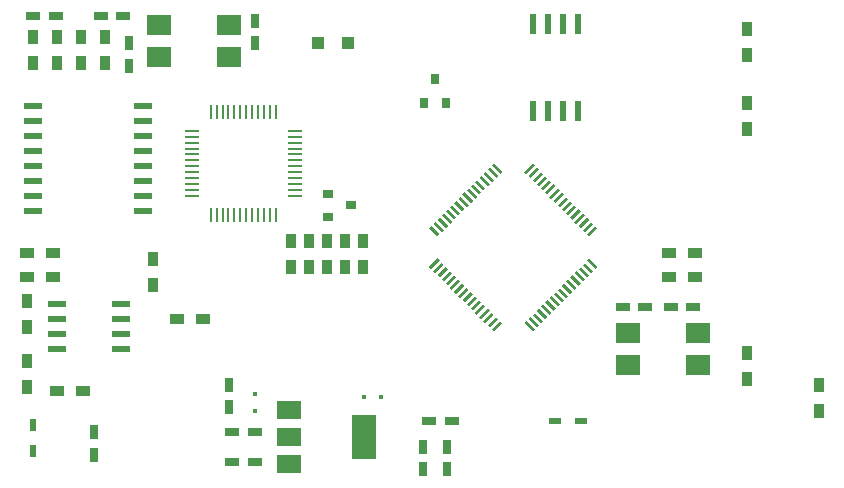
<source format=gbr>
G04 #@! TF.FileFunction,Paste,Bot*
%FSLAX46Y46*%
G04 Gerber Fmt 4.6, Leading zero omitted, Abs format (unit mm)*
G04 Created by KiCad (PCBNEW 4.0.7-e2-6376~58~ubuntu16.04.1) date Sat Oct 21 11:32:06 2017*
%MOMM*%
%LPD*%
G01*
G04 APERTURE LIST*
%ADD10C,0.100000*%
%ADD11R,2.000000X3.800000*%
%ADD12R,2.000000X1.500000*%
%ADD13R,1.200000X0.750000*%
%ADD14R,0.750000X1.200000*%
%ADD15R,0.600000X1.100000*%
%ADD16R,0.350000X0.350000*%
%ADD17R,0.900000X0.800000*%
%ADD18R,1.100000X0.600000*%
%ADD19R,1.000000X1.000000*%
%ADD20R,0.900000X1.200000*%
%ADD21R,1.200000X0.900000*%
%ADD22R,1.500000X0.600000*%
%ADD23R,1.550000X0.600000*%
%ADD24R,0.800000X0.900000*%
%ADD25R,2.100000X1.700000*%
%ADD26R,0.550000X1.750000*%
%ADD27R,1.300000X0.250000*%
%ADD28R,0.250000X1.300000*%
G04 APERTURE END LIST*
D10*
G36*
X161048101Y-102736023D02*
X160871324Y-102912800D01*
X160164217Y-102205693D01*
X160340994Y-102028916D01*
X161048101Y-102736023D01*
X161048101Y-102736023D01*
G37*
G36*
X160694548Y-103089577D02*
X160517771Y-103266354D01*
X159810664Y-102559247D01*
X159987441Y-102382470D01*
X160694548Y-103089577D01*
X160694548Y-103089577D01*
G37*
G36*
X160340994Y-103443130D02*
X160164217Y-103619907D01*
X159457110Y-102912800D01*
X159633887Y-102736023D01*
X160340994Y-103443130D01*
X160340994Y-103443130D01*
G37*
G36*
X159987441Y-103796683D02*
X159810664Y-103973460D01*
X159103557Y-103266353D01*
X159280334Y-103089576D01*
X159987441Y-103796683D01*
X159987441Y-103796683D01*
G37*
G36*
X159633888Y-104150237D02*
X159457111Y-104327014D01*
X158750004Y-103619907D01*
X158926781Y-103443130D01*
X159633888Y-104150237D01*
X159633888Y-104150237D01*
G37*
G36*
X159280334Y-104503790D02*
X159103557Y-104680567D01*
X158396450Y-103973460D01*
X158573227Y-103796683D01*
X159280334Y-104503790D01*
X159280334Y-104503790D01*
G37*
G36*
X158926781Y-104857344D02*
X158750004Y-105034121D01*
X158042897Y-104327014D01*
X158219674Y-104150237D01*
X158926781Y-104857344D01*
X158926781Y-104857344D01*
G37*
G36*
X158573227Y-105210897D02*
X158396450Y-105387674D01*
X157689343Y-104680567D01*
X157866120Y-104503790D01*
X158573227Y-105210897D01*
X158573227Y-105210897D01*
G37*
G36*
X158219674Y-105564450D02*
X158042897Y-105741227D01*
X157335790Y-105034120D01*
X157512567Y-104857343D01*
X158219674Y-105564450D01*
X158219674Y-105564450D01*
G37*
G36*
X157866121Y-105918004D02*
X157689344Y-106094781D01*
X156982237Y-105387674D01*
X157159014Y-105210897D01*
X157866121Y-105918004D01*
X157866121Y-105918004D01*
G37*
G36*
X157512567Y-106271557D02*
X157335790Y-106448334D01*
X156628683Y-105741227D01*
X156805460Y-105564450D01*
X157512567Y-106271557D01*
X157512567Y-106271557D01*
G37*
G36*
X157159014Y-106625111D02*
X156982237Y-106801888D01*
X156275130Y-106094781D01*
X156451907Y-105918004D01*
X157159014Y-106625111D01*
X157159014Y-106625111D01*
G37*
G36*
X156805460Y-106978664D02*
X156628683Y-107155441D01*
X155921576Y-106448334D01*
X156098353Y-106271557D01*
X156805460Y-106978664D01*
X156805460Y-106978664D01*
G37*
G36*
X156451907Y-107332217D02*
X156275130Y-107508994D01*
X155568023Y-106801887D01*
X155744800Y-106625110D01*
X156451907Y-107332217D01*
X156451907Y-107332217D01*
G37*
G36*
X156098354Y-107685771D02*
X155921577Y-107862548D01*
X155214470Y-107155441D01*
X155391247Y-106978664D01*
X156098354Y-107685771D01*
X156098354Y-107685771D01*
G37*
G36*
X155744800Y-108039324D02*
X155568023Y-108216101D01*
X154860916Y-107508994D01*
X155037693Y-107332217D01*
X155744800Y-108039324D01*
X155744800Y-108039324D01*
G37*
G36*
X152279977Y-108216101D02*
X152103200Y-108039324D01*
X152810307Y-107332217D01*
X152987084Y-107508994D01*
X152279977Y-108216101D01*
X152279977Y-108216101D01*
G37*
G36*
X151926423Y-107862548D02*
X151749646Y-107685771D01*
X152456753Y-106978664D01*
X152633530Y-107155441D01*
X151926423Y-107862548D01*
X151926423Y-107862548D01*
G37*
G36*
X151572870Y-107508994D02*
X151396093Y-107332217D01*
X152103200Y-106625110D01*
X152279977Y-106801887D01*
X151572870Y-107508994D01*
X151572870Y-107508994D01*
G37*
G36*
X151219317Y-107155441D02*
X151042540Y-106978664D01*
X151749647Y-106271557D01*
X151926424Y-106448334D01*
X151219317Y-107155441D01*
X151219317Y-107155441D01*
G37*
G36*
X150865763Y-106801888D02*
X150688986Y-106625111D01*
X151396093Y-105918004D01*
X151572870Y-106094781D01*
X150865763Y-106801888D01*
X150865763Y-106801888D01*
G37*
G36*
X150512210Y-106448334D02*
X150335433Y-106271557D01*
X151042540Y-105564450D01*
X151219317Y-105741227D01*
X150512210Y-106448334D01*
X150512210Y-106448334D01*
G37*
G36*
X150158656Y-106094781D02*
X149981879Y-105918004D01*
X150688986Y-105210897D01*
X150865763Y-105387674D01*
X150158656Y-106094781D01*
X150158656Y-106094781D01*
G37*
G36*
X149805103Y-105741227D02*
X149628326Y-105564450D01*
X150335433Y-104857343D01*
X150512210Y-105034120D01*
X149805103Y-105741227D01*
X149805103Y-105741227D01*
G37*
G36*
X149451550Y-105387674D02*
X149274773Y-105210897D01*
X149981880Y-104503790D01*
X150158657Y-104680567D01*
X149451550Y-105387674D01*
X149451550Y-105387674D01*
G37*
G36*
X149097996Y-105034121D02*
X148921219Y-104857344D01*
X149628326Y-104150237D01*
X149805103Y-104327014D01*
X149097996Y-105034121D01*
X149097996Y-105034121D01*
G37*
G36*
X148744443Y-104680567D02*
X148567666Y-104503790D01*
X149274773Y-103796683D01*
X149451550Y-103973460D01*
X148744443Y-104680567D01*
X148744443Y-104680567D01*
G37*
G36*
X148390889Y-104327014D02*
X148214112Y-104150237D01*
X148921219Y-103443130D01*
X149097996Y-103619907D01*
X148390889Y-104327014D01*
X148390889Y-104327014D01*
G37*
G36*
X148037336Y-103973460D02*
X147860559Y-103796683D01*
X148567666Y-103089576D01*
X148744443Y-103266353D01*
X148037336Y-103973460D01*
X148037336Y-103973460D01*
G37*
G36*
X147683783Y-103619907D02*
X147507006Y-103443130D01*
X148214113Y-102736023D01*
X148390890Y-102912800D01*
X147683783Y-103619907D01*
X147683783Y-103619907D01*
G37*
G36*
X147330229Y-103266354D02*
X147153452Y-103089577D01*
X147860559Y-102382470D01*
X148037336Y-102559247D01*
X147330229Y-103266354D01*
X147330229Y-103266354D01*
G37*
G36*
X146976676Y-102912800D02*
X146799899Y-102736023D01*
X147507006Y-102028916D01*
X147683783Y-102205693D01*
X146976676Y-102912800D01*
X146976676Y-102912800D01*
G37*
G36*
X147683783Y-99978307D02*
X147507006Y-100155084D01*
X146799899Y-99447977D01*
X146976676Y-99271200D01*
X147683783Y-99978307D01*
X147683783Y-99978307D01*
G37*
G36*
X148037336Y-99624753D02*
X147860559Y-99801530D01*
X147153452Y-99094423D01*
X147330229Y-98917646D01*
X148037336Y-99624753D01*
X148037336Y-99624753D01*
G37*
G36*
X148390890Y-99271200D02*
X148214113Y-99447977D01*
X147507006Y-98740870D01*
X147683783Y-98564093D01*
X148390890Y-99271200D01*
X148390890Y-99271200D01*
G37*
G36*
X148744443Y-98917647D02*
X148567666Y-99094424D01*
X147860559Y-98387317D01*
X148037336Y-98210540D01*
X148744443Y-98917647D01*
X148744443Y-98917647D01*
G37*
G36*
X149097996Y-98564093D02*
X148921219Y-98740870D01*
X148214112Y-98033763D01*
X148390889Y-97856986D01*
X149097996Y-98564093D01*
X149097996Y-98564093D01*
G37*
G36*
X149451550Y-98210540D02*
X149274773Y-98387317D01*
X148567666Y-97680210D01*
X148744443Y-97503433D01*
X149451550Y-98210540D01*
X149451550Y-98210540D01*
G37*
G36*
X149805103Y-97856986D02*
X149628326Y-98033763D01*
X148921219Y-97326656D01*
X149097996Y-97149879D01*
X149805103Y-97856986D01*
X149805103Y-97856986D01*
G37*
G36*
X150158657Y-97503433D02*
X149981880Y-97680210D01*
X149274773Y-96973103D01*
X149451550Y-96796326D01*
X150158657Y-97503433D01*
X150158657Y-97503433D01*
G37*
G36*
X150512210Y-97149880D02*
X150335433Y-97326657D01*
X149628326Y-96619550D01*
X149805103Y-96442773D01*
X150512210Y-97149880D01*
X150512210Y-97149880D01*
G37*
G36*
X150865763Y-96796326D02*
X150688986Y-96973103D01*
X149981879Y-96265996D01*
X150158656Y-96089219D01*
X150865763Y-96796326D01*
X150865763Y-96796326D01*
G37*
G36*
X151219317Y-96442773D02*
X151042540Y-96619550D01*
X150335433Y-95912443D01*
X150512210Y-95735666D01*
X151219317Y-96442773D01*
X151219317Y-96442773D01*
G37*
G36*
X151572870Y-96089219D02*
X151396093Y-96265996D01*
X150688986Y-95558889D01*
X150865763Y-95382112D01*
X151572870Y-96089219D01*
X151572870Y-96089219D01*
G37*
G36*
X151926424Y-95735666D02*
X151749647Y-95912443D01*
X151042540Y-95205336D01*
X151219317Y-95028559D01*
X151926424Y-95735666D01*
X151926424Y-95735666D01*
G37*
G36*
X152279977Y-95382113D02*
X152103200Y-95558890D01*
X151396093Y-94851783D01*
X151572870Y-94675006D01*
X152279977Y-95382113D01*
X152279977Y-95382113D01*
G37*
G36*
X152633530Y-95028559D02*
X152456753Y-95205336D01*
X151749646Y-94498229D01*
X151926423Y-94321452D01*
X152633530Y-95028559D01*
X152633530Y-95028559D01*
G37*
G36*
X152987084Y-94675006D02*
X152810307Y-94851783D01*
X152103200Y-94144676D01*
X152279977Y-93967899D01*
X152987084Y-94675006D01*
X152987084Y-94675006D01*
G37*
G36*
X155037693Y-94851783D02*
X154860916Y-94675006D01*
X155568023Y-93967899D01*
X155744800Y-94144676D01*
X155037693Y-94851783D01*
X155037693Y-94851783D01*
G37*
G36*
X155391247Y-95205336D02*
X155214470Y-95028559D01*
X155921577Y-94321452D01*
X156098354Y-94498229D01*
X155391247Y-95205336D01*
X155391247Y-95205336D01*
G37*
G36*
X155744800Y-95558890D02*
X155568023Y-95382113D01*
X156275130Y-94675006D01*
X156451907Y-94851783D01*
X155744800Y-95558890D01*
X155744800Y-95558890D01*
G37*
G36*
X156098353Y-95912443D02*
X155921576Y-95735666D01*
X156628683Y-95028559D01*
X156805460Y-95205336D01*
X156098353Y-95912443D01*
X156098353Y-95912443D01*
G37*
G36*
X156451907Y-96265996D02*
X156275130Y-96089219D01*
X156982237Y-95382112D01*
X157159014Y-95558889D01*
X156451907Y-96265996D01*
X156451907Y-96265996D01*
G37*
G36*
X156805460Y-96619550D02*
X156628683Y-96442773D01*
X157335790Y-95735666D01*
X157512567Y-95912443D01*
X156805460Y-96619550D01*
X156805460Y-96619550D01*
G37*
G36*
X157159014Y-96973103D02*
X156982237Y-96796326D01*
X157689344Y-96089219D01*
X157866121Y-96265996D01*
X157159014Y-96973103D01*
X157159014Y-96973103D01*
G37*
G36*
X157512567Y-97326657D02*
X157335790Y-97149880D01*
X158042897Y-96442773D01*
X158219674Y-96619550D01*
X157512567Y-97326657D01*
X157512567Y-97326657D01*
G37*
G36*
X157866120Y-97680210D02*
X157689343Y-97503433D01*
X158396450Y-96796326D01*
X158573227Y-96973103D01*
X157866120Y-97680210D01*
X157866120Y-97680210D01*
G37*
G36*
X158219674Y-98033763D02*
X158042897Y-97856986D01*
X158750004Y-97149879D01*
X158926781Y-97326656D01*
X158219674Y-98033763D01*
X158219674Y-98033763D01*
G37*
G36*
X158573227Y-98387317D02*
X158396450Y-98210540D01*
X159103557Y-97503433D01*
X159280334Y-97680210D01*
X158573227Y-98387317D01*
X158573227Y-98387317D01*
G37*
G36*
X158926781Y-98740870D02*
X158750004Y-98564093D01*
X159457111Y-97856986D01*
X159633888Y-98033763D01*
X158926781Y-98740870D01*
X158926781Y-98740870D01*
G37*
G36*
X159280334Y-99094424D02*
X159103557Y-98917647D01*
X159810664Y-98210540D01*
X159987441Y-98387317D01*
X159280334Y-99094424D01*
X159280334Y-99094424D01*
G37*
G36*
X159633887Y-99447977D02*
X159457110Y-99271200D01*
X160164217Y-98564093D01*
X160340994Y-98740870D01*
X159633887Y-99447977D01*
X159633887Y-99447977D01*
G37*
G36*
X159987441Y-99801530D02*
X159810664Y-99624753D01*
X160517771Y-98917646D01*
X160694548Y-99094423D01*
X159987441Y-99801530D01*
X159987441Y-99801530D01*
G37*
G36*
X160340994Y-100155084D02*
X160164217Y-99978307D01*
X160871324Y-99271200D01*
X161048101Y-99447977D01*
X160340994Y-100155084D01*
X160340994Y-100155084D01*
G37*
D11*
X141252000Y-117152000D03*
D12*
X134952000Y-117152000D03*
X134952000Y-114852000D03*
X134952000Y-119452000D03*
D13*
X120904000Y-81534000D03*
X119004000Y-81534000D03*
D14*
X118458000Y-118652000D03*
X118458000Y-116752000D03*
D13*
X113289000Y-81534000D03*
X115189000Y-81534000D03*
D14*
X129872000Y-112712000D03*
X129872000Y-114612000D03*
D13*
X132042000Y-116752000D03*
X130142000Y-116752000D03*
X132042000Y-119292000D03*
X130142000Y-119292000D03*
D14*
X146304000Y-117988000D03*
X146304000Y-119888000D03*
X148336000Y-117988000D03*
X148336000Y-119888000D03*
D13*
X146812000Y-115824000D03*
X148712000Y-115824000D03*
X169164000Y-106172000D03*
X167264000Y-106172000D03*
X163200000Y-106172000D03*
X165100000Y-106172000D03*
D15*
X113284000Y-116164000D03*
X113284000Y-118364000D03*
D16*
X132080000Y-113487000D03*
X132080000Y-114937000D03*
D17*
X138208000Y-98486000D03*
X138208000Y-96586000D03*
X140208000Y-97536000D03*
D16*
X142748000Y-113792000D03*
X141298000Y-113792000D03*
D18*
X159680000Y-115824000D03*
X157480000Y-115824000D03*
D19*
X139934000Y-83820000D03*
X137434000Y-83820000D03*
D20*
X119380000Y-85512000D03*
X119380000Y-83312000D03*
X117348000Y-85512000D03*
X117348000Y-83312000D03*
X115316000Y-85512000D03*
X115316000Y-83312000D03*
X113284000Y-85512000D03*
X113284000Y-83312000D03*
X123444000Y-104308000D03*
X123444000Y-102108000D03*
X173736000Y-110068000D03*
X173736000Y-112268000D03*
D21*
X114976000Y-103632000D03*
X112776000Y-103632000D03*
X112776000Y-101600000D03*
X114976000Y-101600000D03*
D20*
X141224000Y-102784000D03*
X141224000Y-100584000D03*
X136652000Y-102784000D03*
X136652000Y-100584000D03*
X139700000Y-102784000D03*
X139700000Y-100584000D03*
X138176000Y-102784000D03*
X138176000Y-100584000D03*
X135128000Y-102784000D03*
X135128000Y-100584000D03*
X179832000Y-114976000D03*
X179832000Y-112776000D03*
D21*
X169332000Y-103632000D03*
X167132000Y-103632000D03*
D20*
X173736000Y-84836000D03*
X173736000Y-82636000D03*
X173736000Y-91100000D03*
X173736000Y-88900000D03*
D21*
X169332000Y-101600000D03*
X167132000Y-101600000D03*
X117516000Y-113284000D03*
X115316000Y-113284000D03*
X127676000Y-107188000D03*
X125476000Y-107188000D03*
D20*
X112776000Y-107864000D03*
X112776000Y-105664000D03*
X112776000Y-110744000D03*
X112776000Y-112944000D03*
D22*
X122584000Y-89154000D03*
X122584000Y-90424000D03*
X122584000Y-91694000D03*
X122584000Y-92964000D03*
X122584000Y-94234000D03*
X122584000Y-95504000D03*
X122584000Y-96774000D03*
X122584000Y-98044000D03*
X113284000Y-98044000D03*
X113284000Y-96774000D03*
X113284000Y-95504000D03*
X113284000Y-94234000D03*
X113284000Y-92964000D03*
X113284000Y-91694000D03*
X113284000Y-90424000D03*
X113284000Y-89154000D03*
D23*
X120716000Y-105918000D03*
X120716000Y-107188000D03*
X120716000Y-108458000D03*
X120716000Y-109728000D03*
X115316000Y-109728000D03*
X115316000Y-108458000D03*
X115316000Y-107188000D03*
X115316000Y-105918000D03*
D24*
X148270000Y-88868000D03*
X146370000Y-88868000D03*
X147320000Y-86868000D03*
D14*
X121412000Y-85720000D03*
X121412000Y-83820000D03*
X132080000Y-83820000D03*
X132080000Y-81920000D03*
D25*
X123952000Y-82296000D03*
X129852000Y-82296000D03*
X129852000Y-84996000D03*
X123952000Y-84996000D03*
X169574000Y-111078000D03*
X163674000Y-111078000D03*
X163674000Y-108378000D03*
X169574000Y-108378000D03*
D26*
X155575000Y-82152000D03*
X156845000Y-82152000D03*
X158115000Y-82152000D03*
X159385000Y-82152000D03*
X159385000Y-89552000D03*
X158115000Y-89552000D03*
X156845000Y-89552000D03*
X155575000Y-89552000D03*
D27*
X135414000Y-91230000D03*
X135414000Y-91730000D03*
X135414000Y-92230000D03*
X135414000Y-92730000D03*
X135414000Y-93230000D03*
X135414000Y-93730000D03*
X135414000Y-94230000D03*
X135414000Y-94730000D03*
X135414000Y-95230000D03*
X135414000Y-95730000D03*
X135414000Y-96230000D03*
X135414000Y-96730000D03*
D28*
X133814000Y-98330000D03*
X133314000Y-98330000D03*
X132814000Y-98330000D03*
X132314000Y-98330000D03*
X131814000Y-98330000D03*
X131314000Y-98330000D03*
X130814000Y-98330000D03*
X130314000Y-98330000D03*
X129814000Y-98330000D03*
X129314000Y-98330000D03*
X128814000Y-98330000D03*
X128314000Y-98330000D03*
D27*
X126714000Y-96730000D03*
X126714000Y-96230000D03*
X126714000Y-95730000D03*
X126714000Y-95230000D03*
X126714000Y-94730000D03*
X126714000Y-94230000D03*
X126714000Y-93730000D03*
X126714000Y-93230000D03*
X126714000Y-92730000D03*
X126714000Y-92230000D03*
X126714000Y-91730000D03*
X126714000Y-91230000D03*
D28*
X128314000Y-89630000D03*
X128814000Y-89630000D03*
X129314000Y-89630000D03*
X129814000Y-89630000D03*
X130314000Y-89630000D03*
X130814000Y-89630000D03*
X131314000Y-89630000D03*
X131814000Y-89630000D03*
X132314000Y-89630000D03*
X132814000Y-89630000D03*
X133314000Y-89630000D03*
X133814000Y-89630000D03*
M02*

</source>
